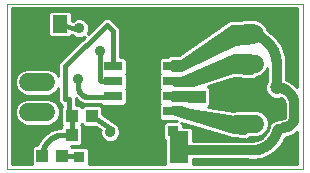
<source format=gbl>
G75*
%MOIN*%
%OFA0B0*%
%FSLAX25Y25*%
%IPPOS*%
%LPD*%
%AMOC8*
5,1,8,0,0,1.08239X$1,22.5*
%
%ADD10C,0.00000*%
%ADD11R,0.06299X0.10630*%
%ADD12R,0.05118X0.05906*%
%ADD13C,0.06000*%
%ADD14R,0.05925X0.03157*%
%ADD15R,0.10236X0.13780*%
%ADD16R,0.05906X0.03937*%
%ADD17R,0.03937X0.04331*%
%ADD18C,0.01000*%
%ADD19C,0.03562*%
%ADD20C,0.04724*%
%ADD21C,0.03200*%
%ADD22C,0.01600*%
%ADD23R,0.03562X0.03562*%
D10*
X0001000Y0009960D02*
X0001000Y0065078D01*
X0099425Y0065078D01*
X0099425Y0009960D01*
X0001000Y0009960D01*
D11*
X0047260Y0017086D03*
X0058283Y0017086D03*
D12*
X0018480Y0058228D03*
X0011787Y0058228D03*
D13*
X0014000Y0048897D02*
X0008000Y0048897D01*
X0008000Y0038897D02*
X0014000Y0038897D01*
X0014000Y0028897D02*
X0008000Y0028897D01*
X0077409Y0045078D02*
X0083409Y0045078D01*
X0083409Y0055078D02*
X0077409Y0055078D01*
X0077646Y0035000D02*
X0083646Y0035000D01*
X0083646Y0025000D02*
X0077646Y0025000D01*
D14*
X0055941Y0029094D03*
X0055941Y0034094D03*
X0055941Y0039094D03*
X0055941Y0044094D03*
X0036276Y0044094D03*
X0036276Y0039094D03*
X0036276Y0034094D03*
X0036276Y0029094D03*
D15*
X0046118Y0036575D03*
D16*
X0064228Y0033976D03*
X0071630Y0033976D03*
D17*
X0029150Y0027677D03*
X0022457Y0027677D03*
X0022457Y0021378D03*
X0029150Y0021378D03*
X0019307Y0014291D03*
X0012614Y0014291D03*
D18*
X0009146Y0013954D02*
X0002575Y0013954D01*
X0002575Y0012956D02*
X0009146Y0012956D01*
X0009146Y0011957D02*
X0002575Y0011957D01*
X0002575Y0011535D02*
X0002575Y0063578D01*
X0097457Y0063578D01*
X0097457Y0037329D01*
X0097211Y0037667D01*
X0097211Y0037667D01*
X0094903Y0039344D01*
X0093864Y0039682D01*
X0093864Y0044532D01*
X0093875Y0044561D01*
X0093864Y0045148D01*
X0093864Y0045734D01*
X0093852Y0045763D01*
X0093822Y0047278D01*
X0092447Y0051246D01*
X0089913Y0054596D01*
X0087898Y0056001D01*
X0087224Y0057627D01*
X0085958Y0058893D01*
X0084686Y0059421D01*
X0084660Y0059443D01*
X0084112Y0059992D01*
X0084051Y0059992D01*
X0084006Y0060033D01*
X0083231Y0059992D01*
X0082455Y0059992D01*
X0082412Y0059949D01*
X0075928Y0059607D01*
X0075338Y0059712D01*
X0075127Y0059565D01*
X0074871Y0059552D01*
X0074470Y0059107D01*
X0058245Y0047787D01*
X0054896Y0047787D01*
X0054282Y0047173D01*
X0052357Y0047173D01*
X0051478Y0046294D01*
X0051478Y0041894D01*
X0051778Y0041594D01*
X0051478Y0041294D01*
X0051478Y0036894D01*
X0051778Y0036594D01*
X0051478Y0036294D01*
X0051478Y0031894D01*
X0051778Y0031594D01*
X0051478Y0031294D01*
X0051478Y0026894D01*
X0052357Y0026015D01*
X0056882Y0026015D01*
X0057453Y0025840D01*
X0053716Y0025840D01*
X0052837Y0024961D01*
X0052837Y0020156D01*
X0053634Y0019359D01*
X0053634Y0011535D01*
X0028297Y0011535D01*
X0028297Y0016300D01*
X0027418Y0017178D01*
X0022675Y0017178D01*
X0022141Y0017712D01*
X0025047Y0017712D01*
X0025925Y0018591D01*
X0025925Y0024164D01*
X0025562Y0024527D01*
X0025803Y0024768D01*
X0026560Y0024012D01*
X0030501Y0024012D01*
X0032040Y0022985D01*
X0031971Y0022818D01*
X0031971Y0021512D01*
X0032470Y0020306D01*
X0033393Y0019383D01*
X0034599Y0018884D01*
X0035905Y0018884D01*
X0037111Y0019383D01*
X0038034Y0020306D01*
X0038533Y0021512D01*
X0038533Y0022818D01*
X0038322Y0023328D01*
X0038329Y0023556D01*
X0037763Y0024488D01*
X0037714Y0024731D01*
X0037547Y0024843D01*
X0037424Y0025045D01*
X0037424Y0025045D01*
X0036785Y0025351D01*
X0032618Y0028129D01*
X0032618Y0030464D01*
X0031739Y0031342D01*
X0026560Y0031342D01*
X0025803Y0030586D01*
X0025047Y0031342D01*
X0023772Y0031342D01*
X0023772Y0033418D01*
X0024685Y0032506D01*
X0026688Y0031676D01*
X0032031Y0031676D01*
X0032692Y0031015D01*
X0039860Y0031015D01*
X0040738Y0031894D01*
X0040738Y0036294D01*
X0040438Y0036594D01*
X0040738Y0036894D01*
X0040738Y0041294D01*
X0040438Y0041594D01*
X0040738Y0041894D01*
X0040738Y0046294D01*
X0039860Y0047173D01*
X0038576Y0047173D01*
X0038576Y0056740D01*
X0037228Y0058087D01*
X0036371Y0058945D01*
X0035024Y0060292D01*
X0033118Y0060292D01*
X0027811Y0054984D01*
X0028297Y0056158D01*
X0028297Y0057463D01*
X0027797Y0058669D01*
X0026874Y0059592D01*
X0025668Y0060092D01*
X0024363Y0060092D01*
X0023157Y0059592D01*
X0022795Y0059230D01*
X0022539Y0059314D01*
X0022539Y0061802D01*
X0021661Y0062681D01*
X0015300Y0062681D01*
X0014421Y0061802D01*
X0014421Y0054654D01*
X0015300Y0053775D01*
X0021661Y0053775D01*
X0022402Y0054517D01*
X0022801Y0054386D01*
X0023157Y0054029D01*
X0024363Y0053530D01*
X0025668Y0053530D01*
X0026842Y0054016D01*
X0017991Y0045165D01*
X0017991Y0041020D01*
X0017815Y0041446D01*
X0016549Y0042712D01*
X0014895Y0043397D01*
X0007105Y0043397D01*
X0005451Y0042712D01*
X0004185Y0041446D01*
X0003500Y0039792D01*
X0003500Y0038002D01*
X0004185Y0036348D01*
X0005451Y0035082D01*
X0007105Y0034397D01*
X0014895Y0034397D01*
X0016549Y0035082D01*
X0017815Y0036348D01*
X0017991Y0036774D01*
X0017991Y0032236D01*
X0019172Y0031055D01*
X0019172Y0030648D01*
X0018988Y0030464D01*
X0018988Y0024890D01*
X0019351Y0024527D01*
X0018988Y0024164D01*
X0018988Y0023678D01*
X0018214Y0023678D01*
X0015386Y0022759D01*
X0012981Y0021011D01*
X0012981Y0021011D01*
X0011233Y0018606D01*
X0011233Y0018606D01*
X0011022Y0017956D01*
X0010024Y0017956D01*
X0009146Y0017078D01*
X0009146Y0011535D01*
X0002575Y0011535D01*
X0002575Y0014953D02*
X0009146Y0014953D01*
X0009146Y0015951D02*
X0002575Y0015951D01*
X0002575Y0016950D02*
X0009146Y0016950D01*
X0010016Y0017948D02*
X0002575Y0017948D01*
X0002575Y0018947D02*
X0011481Y0018947D01*
X0012206Y0019945D02*
X0002575Y0019945D01*
X0002575Y0020944D02*
X0012932Y0020944D01*
X0014263Y0021942D02*
X0002575Y0021942D01*
X0002575Y0022941D02*
X0015947Y0022941D01*
X0015386Y0022759D02*
X0015386Y0022759D01*
X0014895Y0024397D02*
X0016549Y0025082D01*
X0017815Y0026348D01*
X0018500Y0028002D01*
X0018500Y0029792D01*
X0017815Y0031446D01*
X0016549Y0032712D01*
X0014895Y0033397D01*
X0007105Y0033397D01*
X0005451Y0032712D01*
X0004185Y0031446D01*
X0003500Y0029792D01*
X0003500Y0028002D01*
X0004185Y0026348D01*
X0005451Y0025082D01*
X0007105Y0024397D01*
X0014895Y0024397D01*
X0016200Y0024938D02*
X0018988Y0024938D01*
X0018988Y0023940D02*
X0002575Y0023940D01*
X0002575Y0024938D02*
X0005800Y0024938D01*
X0004597Y0025937D02*
X0002575Y0025937D01*
X0002575Y0026935D02*
X0003942Y0026935D01*
X0003528Y0027934D02*
X0002575Y0027934D01*
X0002575Y0028932D02*
X0003500Y0028932D01*
X0003557Y0029931D02*
X0002575Y0029931D01*
X0002575Y0030929D02*
X0003971Y0030929D01*
X0004666Y0031928D02*
X0002575Y0031928D01*
X0002575Y0032926D02*
X0005967Y0032926D01*
X0005836Y0034923D02*
X0002575Y0034923D01*
X0002575Y0033925D02*
X0017991Y0033925D01*
X0017991Y0034923D02*
X0016164Y0034923D01*
X0017388Y0035922D02*
X0017991Y0035922D01*
X0017991Y0032926D02*
X0016033Y0032926D01*
X0017334Y0031928D02*
X0018300Y0031928D01*
X0018029Y0030929D02*
X0019172Y0030929D01*
X0018988Y0029931D02*
X0018443Y0029931D01*
X0018500Y0028932D02*
X0018988Y0028932D01*
X0018988Y0027934D02*
X0018472Y0027934D01*
X0018058Y0026935D02*
X0018988Y0026935D01*
X0018988Y0025937D02*
X0017403Y0025937D01*
X0025925Y0023940D02*
X0030609Y0023940D01*
X0032022Y0022941D02*
X0025925Y0022941D01*
X0025925Y0021942D02*
X0031971Y0021942D01*
X0032206Y0020944D02*
X0025925Y0020944D01*
X0025925Y0019945D02*
X0032831Y0019945D01*
X0034447Y0018947D02*
X0025925Y0018947D01*
X0025283Y0017948D02*
X0053634Y0017948D01*
X0053634Y0016950D02*
X0027647Y0016950D01*
X0028297Y0015951D02*
X0053634Y0015951D01*
X0053634Y0014953D02*
X0028297Y0014953D01*
X0028297Y0013954D02*
X0053634Y0013954D01*
X0053634Y0012956D02*
X0028297Y0012956D01*
X0028297Y0011957D02*
X0053634Y0011957D01*
X0058283Y0017086D02*
X0061630Y0017480D01*
X0061630Y0016260D01*
X0062933Y0019360D02*
X0062933Y0023023D01*
X0062054Y0023901D01*
X0059399Y0023901D01*
X0059399Y0024961D01*
X0058995Y0025365D01*
X0075031Y0020431D01*
X0075174Y0020257D01*
X0075799Y0020195D01*
X0076400Y0020010D01*
X0076599Y0020115D01*
X0079224Y0019852D01*
X0079305Y0019771D01*
X0080034Y0019771D01*
X0080759Y0019699D01*
X0080848Y0019771D01*
X0080962Y0019771D01*
X0081478Y0020287D01*
X0081738Y0020500D01*
X0084541Y0020500D01*
X0086195Y0021185D01*
X0087461Y0022451D01*
X0088144Y0024100D01*
X0088112Y0023924D01*
X0088106Y0023895D01*
X0087879Y0023035D01*
X0087033Y0021464D01*
X0085742Y0020232D01*
X0084135Y0019458D01*
X0082366Y0019219D01*
X0081718Y0019285D01*
X0081538Y0019360D01*
X0081201Y0019360D01*
X0080869Y0019420D01*
X0080590Y0019360D01*
X0062933Y0019360D01*
X0062933Y0019945D02*
X0078293Y0019945D01*
X0078423Y0021942D02*
X0080134Y0021942D01*
X0080134Y0021771D02*
X0076197Y0022165D01*
X0055724Y0028464D01*
X0055724Y0030433D01*
X0058874Y0030433D01*
X0062024Y0029645D01*
X0076984Y0027283D01*
X0080134Y0027283D01*
X0080134Y0021771D01*
X0080134Y0022941D02*
X0073675Y0022941D01*
X0073365Y0020944D02*
X0062933Y0020944D01*
X0062933Y0021942D02*
X0070120Y0021942D01*
X0070430Y0023940D02*
X0080134Y0023940D01*
X0080134Y0024938D02*
X0067185Y0024938D01*
X0066874Y0022941D02*
X0062933Y0022941D01*
X0063629Y0023940D02*
X0059399Y0023940D01*
X0059399Y0024938D02*
X0060384Y0024938D01*
X0060694Y0026935D02*
X0080134Y0026935D01*
X0080134Y0025937D02*
X0063940Y0025937D01*
X0066541Y0028932D02*
X0055724Y0028932D01*
X0055724Y0029931D02*
X0060883Y0029931D01*
X0057449Y0027934D02*
X0072865Y0027934D01*
X0073041Y0029931D02*
X0093569Y0029931D01*
X0093569Y0028932D02*
X0085911Y0028932D01*
X0086195Y0028815D02*
X0084541Y0029500D01*
X0076751Y0029500D01*
X0076480Y0029388D01*
X0068018Y0030724D01*
X0068681Y0031386D01*
X0068681Y0036566D01*
X0067817Y0037430D01*
X0076451Y0040224D01*
X0081692Y0039896D01*
X0081802Y0039799D01*
X0082500Y0039846D01*
X0083198Y0039802D01*
X0083309Y0039900D01*
X0083456Y0039910D01*
X0083916Y0040436D01*
X0084078Y0040578D01*
X0084305Y0040578D01*
X0085958Y0041264D01*
X0087224Y0042529D01*
X0087664Y0043590D01*
X0087664Y0039488D01*
X0087490Y0039313D01*
X0086902Y0037894D01*
X0086902Y0036357D01*
X0087490Y0034938D01*
X0088576Y0033851D01*
X0089996Y0033263D01*
X0091532Y0033263D01*
X0092254Y0033563D01*
X0092748Y0033204D01*
X0093264Y0032494D01*
X0093535Y0031659D01*
X0093569Y0031220D01*
X0093569Y0027283D01*
X0093561Y0027197D01*
X0093495Y0027037D01*
X0093372Y0026915D01*
X0093269Y0026872D01*
X0093123Y0026901D01*
X0092819Y0026840D01*
X0092509Y0026840D01*
X0092220Y0026720D01*
X0091130Y0026502D01*
X0091105Y0026506D01*
X0090526Y0026381D01*
X0089945Y0026265D01*
X0089924Y0026251D01*
X0089900Y0026246D01*
X0089413Y0025909D01*
X0088920Y0025579D01*
X0088906Y0025558D01*
X0088886Y0025544D01*
X0088565Y0025045D01*
X0088236Y0024553D01*
X0088231Y0024528D01*
X0088218Y0024507D01*
X0088146Y0024111D01*
X0088146Y0025895D01*
X0087461Y0027549D01*
X0086195Y0028815D01*
X0087076Y0027934D02*
X0093569Y0027934D01*
X0093393Y0026935D02*
X0087715Y0026935D01*
X0088128Y0025937D02*
X0089453Y0025937D01*
X0088493Y0024938D02*
X0088146Y0024938D01*
X0088115Y0023940D02*
X0088077Y0023940D01*
X0087828Y0022941D02*
X0087664Y0022941D01*
X0087290Y0021942D02*
X0086952Y0021942D01*
X0086488Y0020944D02*
X0085613Y0020944D01*
X0085148Y0019945D02*
X0081136Y0019945D01*
X0085958Y0013377D02*
X0089356Y0015012D01*
X0089356Y0015012D01*
X0092082Y0017617D01*
X0093710Y0020640D01*
X0094447Y0020640D01*
X0096889Y0021651D01*
X0097457Y0022219D01*
X0097457Y0011535D01*
X0062933Y0011535D01*
X0062933Y0013160D01*
X0080642Y0013160D01*
X0082222Y0012872D01*
X0085958Y0013377D01*
X0085958Y0013377D01*
X0087158Y0013954D02*
X0097457Y0013954D01*
X0097457Y0012956D02*
X0082840Y0012956D01*
X0082222Y0012872D02*
X0082222Y0012872D01*
X0081762Y0012956D02*
X0062933Y0012956D01*
X0062933Y0011957D02*
X0097457Y0011957D01*
X0097457Y0014953D02*
X0089233Y0014953D01*
X0090339Y0015951D02*
X0097457Y0015951D01*
X0097457Y0016950D02*
X0091384Y0016950D01*
X0092082Y0017617D02*
X0092082Y0017617D01*
X0092261Y0017948D02*
X0097457Y0017948D01*
X0097457Y0018947D02*
X0092799Y0018947D01*
X0093336Y0019945D02*
X0097457Y0019945D01*
X0097457Y0020944D02*
X0095182Y0020944D01*
X0096889Y0021651D02*
X0096889Y0021651D01*
X0097180Y0021942D02*
X0097457Y0021942D01*
X0093569Y0030929D02*
X0068224Y0030929D01*
X0068681Y0031928D02*
X0093447Y0031928D01*
X0092949Y0032926D02*
X0068681Y0032926D01*
X0068681Y0033925D02*
X0088503Y0033925D01*
X0087504Y0034923D02*
X0068681Y0034923D01*
X0068681Y0035922D02*
X0087082Y0035922D01*
X0086902Y0036920D02*
X0068327Y0036920D01*
X0069326Y0037919D02*
X0086912Y0037919D01*
X0087325Y0038917D02*
X0072412Y0038917D01*
X0072087Y0040914D02*
X0060387Y0040914D01*
X0058874Y0040275D02*
X0056512Y0040275D01*
X0056512Y0037913D01*
X0062811Y0037913D01*
X0076197Y0042244D01*
X0082496Y0041850D01*
X0082102Y0047756D01*
X0076591Y0047756D01*
X0058874Y0040275D01*
X0056512Y0039916D02*
X0069001Y0039916D01*
X0065915Y0038917D02*
X0056512Y0038917D01*
X0056512Y0037919D02*
X0062828Y0037919D01*
X0063598Y0035551D02*
X0063598Y0032795D01*
X0055724Y0032795D01*
X0055724Y0035551D01*
X0063598Y0035551D01*
X0063598Y0034923D02*
X0055724Y0034923D01*
X0055724Y0033925D02*
X0063598Y0033925D01*
X0063598Y0032926D02*
X0055724Y0032926D01*
X0051478Y0032926D02*
X0040738Y0032926D01*
X0040738Y0031928D02*
X0051478Y0031928D01*
X0051478Y0030929D02*
X0032153Y0030929D01*
X0032618Y0029931D02*
X0051478Y0029931D01*
X0051478Y0028932D02*
X0032618Y0028932D01*
X0032911Y0027934D02*
X0051478Y0027934D01*
X0051478Y0026935D02*
X0034409Y0026935D01*
X0035906Y0025937D02*
X0057139Y0025937D01*
X0052837Y0024938D02*
X0037489Y0024938D01*
X0037424Y0025045D02*
X0037424Y0025045D01*
X0038096Y0023940D02*
X0052837Y0023940D01*
X0052837Y0022941D02*
X0038482Y0022941D01*
X0038329Y0023556D02*
X0038329Y0023556D01*
X0038533Y0021942D02*
X0052837Y0021942D01*
X0052837Y0020944D02*
X0038298Y0020944D01*
X0037673Y0019945D02*
X0053048Y0019945D01*
X0053634Y0018947D02*
X0036057Y0018947D01*
X0026147Y0030929D02*
X0025460Y0030929D01*
X0026080Y0031928D02*
X0023772Y0031928D01*
X0023772Y0032926D02*
X0024264Y0032926D01*
X0024685Y0032506D02*
X0024685Y0032506D01*
X0017991Y0041913D02*
X0017349Y0041913D01*
X0017991Y0042911D02*
X0016069Y0042911D01*
X0017991Y0043910D02*
X0002575Y0043910D01*
X0002575Y0044908D02*
X0017991Y0044908D01*
X0018733Y0045907D02*
X0002575Y0045907D01*
X0002575Y0046905D02*
X0019732Y0046905D01*
X0020730Y0047904D02*
X0002575Y0047904D01*
X0002575Y0048902D02*
X0021729Y0048902D01*
X0022727Y0049901D02*
X0002575Y0049901D01*
X0002575Y0050899D02*
X0023726Y0050899D01*
X0024724Y0051898D02*
X0002575Y0051898D01*
X0002575Y0052896D02*
X0025723Y0052896D01*
X0026550Y0053895D02*
X0026721Y0053895D01*
X0028187Y0055892D02*
X0028718Y0055892D01*
X0028297Y0056890D02*
X0029717Y0056890D01*
X0030715Y0057889D02*
X0028121Y0057889D01*
X0027579Y0058887D02*
X0031714Y0058887D01*
X0032712Y0059886D02*
X0026166Y0059886D01*
X0023866Y0059886D02*
X0022539Y0059886D01*
X0022539Y0060884D02*
X0097457Y0060884D01*
X0097457Y0059886D02*
X0084218Y0059886D01*
X0085964Y0058887D02*
X0097457Y0058887D01*
X0097457Y0057889D02*
X0086963Y0057889D01*
X0087530Y0056890D02*
X0097457Y0056890D01*
X0097457Y0055892D02*
X0088055Y0055892D01*
X0089487Y0054893D02*
X0097457Y0054893D01*
X0097457Y0053895D02*
X0090444Y0053895D01*
X0089913Y0054596D02*
X0089913Y0054596D01*
X0091199Y0052896D02*
X0097457Y0052896D01*
X0097457Y0051898D02*
X0091954Y0051898D01*
X0092568Y0050899D02*
X0097457Y0050899D01*
X0097457Y0049901D02*
X0092914Y0049901D01*
X0093260Y0048902D02*
X0097457Y0048902D01*
X0097457Y0047904D02*
X0093606Y0047904D01*
X0093830Y0046905D02*
X0097457Y0046905D01*
X0097457Y0045907D02*
X0093849Y0045907D01*
X0093868Y0044908D02*
X0097457Y0044908D01*
X0097457Y0043910D02*
X0093864Y0043910D01*
X0093864Y0042911D02*
X0097457Y0042911D01*
X0097457Y0041913D02*
X0093864Y0041913D01*
X0093864Y0040914D02*
X0097457Y0040914D01*
X0097457Y0039916D02*
X0093864Y0039916D01*
X0094903Y0039344D02*
X0094903Y0039344D01*
X0095491Y0038917D02*
X0097457Y0038917D01*
X0097457Y0037919D02*
X0096865Y0037919D01*
X0097211Y0037667D02*
X0097211Y0037667D01*
X0087664Y0039916D02*
X0083461Y0039916D01*
X0085115Y0040914D02*
X0087664Y0040914D01*
X0087664Y0041913D02*
X0086608Y0041913D01*
X0087383Y0042911D02*
X0087664Y0042911D01*
X0082425Y0042911D02*
X0065117Y0042911D01*
X0062752Y0041913D02*
X0075173Y0041913D01*
X0075498Y0039916D02*
X0081384Y0039916D01*
X0081494Y0041913D02*
X0082492Y0041913D01*
X0082359Y0043910D02*
X0067482Y0043910D01*
X0069847Y0044908D02*
X0082292Y0044908D01*
X0082226Y0045907D02*
X0072212Y0045907D01*
X0074577Y0046905D02*
X0082159Y0046905D01*
X0083283Y0052086D02*
X0076984Y0051693D01*
X0058874Y0043031D01*
X0055724Y0043031D01*
X0055724Y0045787D01*
X0058874Y0045787D01*
X0075803Y0057598D01*
X0083283Y0057992D01*
X0083283Y0052086D01*
X0083283Y0052896D02*
X0069064Y0052896D01*
X0067633Y0051898D02*
X0080267Y0051898D01*
X0083283Y0053895D02*
X0070495Y0053895D01*
X0071926Y0054893D02*
X0083283Y0054893D01*
X0083283Y0055892D02*
X0073357Y0055892D01*
X0074789Y0056890D02*
X0083283Y0056890D01*
X0083283Y0057889D02*
X0081327Y0057889D01*
X0081219Y0059886D02*
X0035429Y0059886D01*
X0036371Y0058945D02*
X0036371Y0058945D01*
X0036428Y0058887D02*
X0074156Y0058887D01*
X0072725Y0057889D02*
X0037426Y0057889D01*
X0037228Y0058087D02*
X0037228Y0058087D01*
X0038425Y0056890D02*
X0071293Y0056890D01*
X0069862Y0055892D02*
X0038576Y0055892D01*
X0038576Y0054893D02*
X0068431Y0054893D01*
X0067000Y0053895D02*
X0038576Y0053895D01*
X0038576Y0052896D02*
X0065569Y0052896D01*
X0064137Y0051898D02*
X0038576Y0051898D01*
X0038576Y0050899D02*
X0062706Y0050899D01*
X0061275Y0049901D02*
X0038576Y0049901D01*
X0038576Y0048902D02*
X0059844Y0048902D01*
X0058413Y0047904D02*
X0038576Y0047904D01*
X0040127Y0046905D02*
X0052089Y0046905D01*
X0051478Y0045907D02*
X0040738Y0045907D01*
X0040738Y0044908D02*
X0051478Y0044908D01*
X0051478Y0043910D02*
X0040738Y0043910D01*
X0040738Y0042911D02*
X0051478Y0042911D01*
X0051478Y0041913D02*
X0040738Y0041913D01*
X0040738Y0040914D02*
X0051478Y0040914D01*
X0051478Y0039916D02*
X0040738Y0039916D01*
X0040738Y0038917D02*
X0051478Y0038917D01*
X0051478Y0037919D02*
X0040738Y0037919D01*
X0040738Y0036920D02*
X0051478Y0036920D01*
X0051478Y0035922D02*
X0040738Y0035922D01*
X0040738Y0034923D02*
X0051478Y0034923D01*
X0051478Y0033925D02*
X0040738Y0033925D01*
X0055724Y0043910D02*
X0060711Y0043910D01*
X0062799Y0044908D02*
X0055724Y0044908D01*
X0059045Y0045907D02*
X0064887Y0045907D01*
X0066974Y0046905D02*
X0060477Y0046905D01*
X0061908Y0047904D02*
X0069062Y0047904D01*
X0071150Y0048902D02*
X0063339Y0048902D01*
X0064770Y0049901D02*
X0073238Y0049901D01*
X0075326Y0050899D02*
X0066201Y0050899D01*
X0097457Y0061883D02*
X0022459Y0061883D01*
X0014502Y0061883D02*
X0002575Y0061883D01*
X0002575Y0062881D02*
X0097457Y0062881D01*
X0023481Y0053895D02*
X0021780Y0053895D01*
X0015180Y0053895D02*
X0002575Y0053895D01*
X0002575Y0054893D02*
X0014421Y0054893D01*
X0014421Y0055892D02*
X0002575Y0055892D01*
X0002575Y0056890D02*
X0014421Y0056890D01*
X0014421Y0057889D02*
X0002575Y0057889D01*
X0002575Y0058887D02*
X0014421Y0058887D01*
X0014421Y0059886D02*
X0002575Y0059886D01*
X0002575Y0060884D02*
X0014421Y0060884D01*
X0005931Y0042911D02*
X0002575Y0042911D01*
X0002575Y0041913D02*
X0004651Y0041913D01*
X0003965Y0040914D02*
X0002575Y0040914D01*
X0002575Y0039916D02*
X0003551Y0039916D01*
X0003500Y0038917D02*
X0002575Y0038917D01*
X0002575Y0037919D02*
X0003535Y0037919D01*
X0003948Y0036920D02*
X0002575Y0036920D01*
X0002575Y0035922D02*
X0004612Y0035922D01*
D19*
X0024622Y0039882D03*
X0031709Y0049330D03*
X0025016Y0056811D03*
X0005724Y0058386D03*
X0043913Y0041063D03*
X0049031Y0041063D03*
X0049031Y0036732D03*
X0043913Y0036732D03*
X0045488Y0031614D03*
X0035252Y0022165D03*
X0048244Y0020197D03*
X0048244Y0014291D03*
X0065961Y0021771D03*
X0093913Y0014685D03*
X0091551Y0059173D03*
X0006118Y0016260D03*
D20*
X0089583Y0030039D03*
X0090764Y0037126D03*
D21*
X0090764Y0045118D01*
X0090763Y0045118D02*
X0090755Y0045367D01*
X0090741Y0045616D01*
X0090721Y0045865D01*
X0090695Y0046112D01*
X0090663Y0046360D01*
X0090624Y0046606D01*
X0090580Y0046851D01*
X0090530Y0047096D01*
X0090473Y0047338D01*
X0090411Y0047580D01*
X0090343Y0047820D01*
X0090269Y0048058D01*
X0090189Y0048294D01*
X0090103Y0048528D01*
X0090012Y0048760D01*
X0089915Y0048990D01*
X0089812Y0049217D01*
X0089704Y0049442D01*
X0089590Y0049664D01*
X0089471Y0049883D01*
X0089347Y0050099D01*
X0089217Y0050312D01*
X0089082Y0050521D01*
X0088942Y0050728D01*
X0088797Y0050930D01*
X0088647Y0051130D01*
X0088492Y0051325D01*
X0088333Y0051517D01*
X0088168Y0051704D01*
X0088000Y0051888D01*
X0087827Y0052067D01*
X0087649Y0052242D01*
X0087467Y0052413D01*
X0087281Y0052579D01*
X0087091Y0052741D01*
X0086897Y0052897D01*
X0086700Y0053049D01*
X0086498Y0053197D01*
X0086294Y0053339D01*
X0086085Y0053476D01*
X0085874Y0053608D01*
X0085659Y0053734D01*
X0085441Y0053856D01*
X0085220Y0053972D01*
X0084997Y0054082D01*
X0084771Y0054187D01*
X0084542Y0054286D01*
X0084311Y0054380D01*
X0084078Y0054468D01*
X0083842Y0054551D01*
X0083605Y0054627D01*
X0083366Y0054698D01*
X0083125Y0054763D01*
X0082883Y0054822D01*
X0082639Y0054874D01*
X0082394Y0054921D01*
X0082149Y0054962D01*
X0081902Y0054997D01*
X0081654Y0055026D01*
X0081406Y0055048D01*
X0081157Y0055065D01*
X0080908Y0055076D01*
X0080658Y0055080D01*
X0080409Y0055078D01*
X0090764Y0037126D02*
X0090916Y0037124D01*
X0091068Y0037118D01*
X0091220Y0037108D01*
X0091371Y0037095D01*
X0091522Y0037077D01*
X0091673Y0037056D01*
X0091823Y0037030D01*
X0091972Y0037001D01*
X0092121Y0036968D01*
X0092268Y0036931D01*
X0092415Y0036891D01*
X0092560Y0036846D01*
X0092704Y0036798D01*
X0092847Y0036746D01*
X0092989Y0036691D01*
X0093129Y0036632D01*
X0093268Y0036569D01*
X0093405Y0036503D01*
X0093540Y0036433D01*
X0093673Y0036360D01*
X0093804Y0036283D01*
X0093934Y0036203D01*
X0094061Y0036120D01*
X0094186Y0036034D01*
X0094309Y0035944D01*
X0094429Y0035851D01*
X0094547Y0035755D01*
X0094663Y0035656D01*
X0094776Y0035554D01*
X0094886Y0035450D01*
X0094994Y0035342D01*
X0095098Y0035232D01*
X0095200Y0035119D01*
X0095299Y0035003D01*
X0095395Y0034885D01*
X0095488Y0034765D01*
X0095578Y0034642D01*
X0095664Y0034517D01*
X0095747Y0034390D01*
X0095827Y0034260D01*
X0095904Y0034129D01*
X0095977Y0033996D01*
X0096047Y0033861D01*
X0096113Y0033724D01*
X0096176Y0033585D01*
X0096235Y0033445D01*
X0096290Y0033303D01*
X0096342Y0033160D01*
X0096390Y0033016D01*
X0096435Y0032871D01*
X0096475Y0032724D01*
X0096512Y0032577D01*
X0096545Y0032428D01*
X0096574Y0032279D01*
X0096600Y0032129D01*
X0096621Y0031978D01*
X0096639Y0031827D01*
X0096652Y0031676D01*
X0096662Y0031524D01*
X0096668Y0031372D01*
X0096670Y0031220D01*
X0096669Y0031220D02*
X0096669Y0027283D01*
X0096667Y0027167D01*
X0096661Y0027051D01*
X0096652Y0026936D01*
X0096639Y0026821D01*
X0096622Y0026706D01*
X0096601Y0026592D01*
X0096576Y0026478D01*
X0096548Y0026366D01*
X0096516Y0026255D01*
X0096481Y0026144D01*
X0096442Y0026035D01*
X0096399Y0025927D01*
X0096353Y0025821D01*
X0096304Y0025716D01*
X0096251Y0025613D01*
X0096194Y0025512D01*
X0096135Y0025412D01*
X0096072Y0025315D01*
X0096006Y0025219D01*
X0095937Y0025126D01*
X0095865Y0025035D01*
X0095790Y0024947D01*
X0095712Y0024861D01*
X0095631Y0024778D01*
X0095548Y0024697D01*
X0095462Y0024619D01*
X0095374Y0024544D01*
X0095283Y0024472D01*
X0095190Y0024403D01*
X0095094Y0024337D01*
X0094997Y0024274D01*
X0094898Y0024215D01*
X0094796Y0024158D01*
X0094693Y0024105D01*
X0094588Y0024056D01*
X0094482Y0024010D01*
X0094374Y0023967D01*
X0094265Y0023928D01*
X0094154Y0023893D01*
X0094043Y0023861D01*
X0093931Y0023833D01*
X0093817Y0023808D01*
X0093703Y0023787D01*
X0093588Y0023770D01*
X0093473Y0023757D01*
X0093358Y0023748D01*
X0093242Y0023742D01*
X0093126Y0023740D01*
X0091157Y0023346D01*
X0091116Y0023137D01*
X0091071Y0022930D01*
X0091020Y0022723D01*
X0090965Y0022518D01*
X0090904Y0022314D01*
X0090839Y0022111D01*
X0090768Y0021911D01*
X0090693Y0021712D01*
X0090613Y0021514D01*
X0090528Y0021319D01*
X0090439Y0021126D01*
X0090345Y0020935D01*
X0090246Y0020747D01*
X0090143Y0020561D01*
X0090036Y0020377D01*
X0089924Y0020197D01*
X0089807Y0020018D01*
X0089687Y0019843D01*
X0089562Y0019671D01*
X0089433Y0019502D01*
X0089300Y0019336D01*
X0089163Y0019173D01*
X0089022Y0019013D01*
X0088878Y0018857D01*
X0088729Y0018705D01*
X0088577Y0018556D01*
X0088422Y0018411D01*
X0088263Y0018270D01*
X0088100Y0018132D01*
X0087935Y0017999D01*
X0087766Y0017870D01*
X0087594Y0017744D01*
X0087419Y0017623D01*
X0087241Y0017506D01*
X0087061Y0017394D01*
X0086877Y0017286D01*
X0086692Y0017182D01*
X0086503Y0017083D01*
X0086313Y0016988D01*
X0086120Y0016899D01*
X0085925Y0016813D01*
X0085728Y0016733D01*
X0085529Y0016657D01*
X0085329Y0016586D01*
X0085127Y0016520D01*
X0084923Y0016459D01*
X0084718Y0016403D01*
X0084511Y0016352D01*
X0084304Y0016306D01*
X0084095Y0016264D01*
X0083885Y0016228D01*
X0083675Y0016197D01*
X0083464Y0016171D01*
X0083252Y0016151D01*
X0083040Y0016135D01*
X0082827Y0016124D01*
X0082615Y0016119D01*
X0082402Y0016119D01*
X0082189Y0016123D01*
X0081977Y0016133D01*
X0081765Y0016148D01*
X0081553Y0016169D01*
X0081342Y0016194D01*
X0081131Y0016224D01*
X0080921Y0016260D01*
X0061630Y0016260D01*
D22*
X0058283Y0017086D02*
X0056118Y0017086D01*
X0056118Y0022559D01*
X0036157Y0033976D02*
X0027772Y0033976D01*
X0027662Y0033978D01*
X0027552Y0033984D01*
X0027443Y0033993D01*
X0027334Y0034007D01*
X0027225Y0034024D01*
X0027117Y0034045D01*
X0027010Y0034070D01*
X0026904Y0034098D01*
X0026799Y0034130D01*
X0026695Y0034166D01*
X0026592Y0034205D01*
X0026491Y0034248D01*
X0026391Y0034295D01*
X0026293Y0034345D01*
X0026197Y0034398D01*
X0026103Y0034455D01*
X0026011Y0034515D01*
X0025920Y0034578D01*
X0025833Y0034644D01*
X0025747Y0034713D01*
X0025664Y0034785D01*
X0025584Y0034860D01*
X0025506Y0034938D01*
X0025431Y0035018D01*
X0025359Y0035101D01*
X0025290Y0035187D01*
X0025224Y0035274D01*
X0025161Y0035365D01*
X0025101Y0035457D01*
X0025044Y0035551D01*
X0024991Y0035647D01*
X0024941Y0035745D01*
X0024894Y0035845D01*
X0024851Y0035946D01*
X0024812Y0036049D01*
X0024776Y0036153D01*
X0024744Y0036258D01*
X0024716Y0036364D01*
X0024691Y0036471D01*
X0024670Y0036579D01*
X0024653Y0036688D01*
X0024639Y0036797D01*
X0024630Y0036906D01*
X0024624Y0037016D01*
X0024622Y0037126D01*
X0024622Y0039882D01*
X0020291Y0044212D02*
X0034071Y0057992D01*
X0036276Y0055787D01*
X0036276Y0044094D01*
X0031709Y0040275D02*
X0031711Y0040209D01*
X0031716Y0040143D01*
X0031726Y0040077D01*
X0031739Y0040012D01*
X0031755Y0039948D01*
X0031775Y0039885D01*
X0031799Y0039823D01*
X0031826Y0039763D01*
X0031856Y0039704D01*
X0031890Y0039647D01*
X0031927Y0039592D01*
X0031967Y0039539D01*
X0032009Y0039488D01*
X0032055Y0039440D01*
X0032103Y0039394D01*
X0032154Y0039352D01*
X0032207Y0039312D01*
X0032262Y0039275D01*
X0032319Y0039241D01*
X0032378Y0039211D01*
X0032438Y0039184D01*
X0032500Y0039160D01*
X0032563Y0039140D01*
X0032627Y0039124D01*
X0032692Y0039111D01*
X0032758Y0039101D01*
X0032824Y0039096D01*
X0032890Y0039094D01*
X0036276Y0039094D01*
X0031709Y0040275D02*
X0031709Y0049330D01*
X0024465Y0056260D02*
X0024467Y0056306D01*
X0024473Y0056351D01*
X0024482Y0056395D01*
X0024495Y0056439D01*
X0024511Y0056481D01*
X0024531Y0056522D01*
X0024555Y0056561D01*
X0024581Y0056598D01*
X0024611Y0056633D01*
X0024643Y0056665D01*
X0024678Y0056695D01*
X0024715Y0056721D01*
X0024754Y0056745D01*
X0024795Y0056765D01*
X0024837Y0056781D01*
X0024881Y0056794D01*
X0024925Y0056803D01*
X0024970Y0056809D01*
X0025016Y0056811D01*
X0024465Y0056260D02*
X0018480Y0058228D01*
X0020291Y0044212D02*
X0020291Y0033189D01*
X0021472Y0033189D01*
X0021472Y0028858D01*
X0022457Y0027677D01*
X0022457Y0021378D01*
X0019701Y0021378D01*
X0029150Y0027677D02*
X0035646Y0023346D01*
X0035689Y0023323D01*
X0035730Y0023297D01*
X0035770Y0023267D01*
X0035806Y0023235D01*
X0035841Y0023200D01*
X0035872Y0023162D01*
X0035900Y0023122D01*
X0035925Y0023080D01*
X0035947Y0023036D01*
X0035966Y0022991D01*
X0035980Y0022944D01*
X0035991Y0022896D01*
X0035998Y0022848D01*
X0036002Y0022799D01*
X0036001Y0022750D01*
X0035997Y0022701D01*
X0035989Y0022653D01*
X0035977Y0022605D01*
X0035962Y0022559D01*
X0035943Y0022513D01*
X0035920Y0022470D01*
X0035894Y0022428D01*
X0035865Y0022389D01*
X0035833Y0022352D01*
X0035798Y0022317D01*
X0035761Y0022286D01*
X0035721Y0022257D01*
X0035679Y0022232D01*
X0035635Y0022210D01*
X0035590Y0022191D01*
X0035543Y0022176D01*
X0035496Y0022165D01*
X0035447Y0022157D01*
X0035398Y0022153D01*
X0035349Y0022154D01*
X0035300Y0022157D01*
X0035252Y0022165D01*
X0025016Y0013897D02*
X0024622Y0014291D01*
X0019307Y0014291D01*
X0012614Y0014291D02*
X0012616Y0014462D01*
X0012622Y0014633D01*
X0012633Y0014804D01*
X0012647Y0014975D01*
X0012666Y0015145D01*
X0012688Y0015315D01*
X0012715Y0015484D01*
X0012746Y0015653D01*
X0012781Y0015820D01*
X0012820Y0015987D01*
X0012863Y0016153D01*
X0012910Y0016317D01*
X0012961Y0016481D01*
X0013016Y0016643D01*
X0013075Y0016804D01*
X0013137Y0016963D01*
X0013204Y0017121D01*
X0013274Y0017277D01*
X0013348Y0017432D01*
X0013426Y0017584D01*
X0013507Y0017735D01*
X0013592Y0017884D01*
X0013681Y0018030D01*
X0013773Y0018175D01*
X0013869Y0018317D01*
X0013967Y0018457D01*
X0014070Y0018594D01*
X0014175Y0018729D01*
X0014284Y0018861D01*
X0014396Y0018991D01*
X0014511Y0019117D01*
X0014630Y0019241D01*
X0014751Y0019362D01*
X0014875Y0019481D01*
X0015001Y0019596D01*
X0015131Y0019708D01*
X0015263Y0019817D01*
X0015398Y0019922D01*
X0015535Y0020025D01*
X0015675Y0020123D01*
X0015817Y0020219D01*
X0015962Y0020311D01*
X0016108Y0020400D01*
X0016257Y0020485D01*
X0016408Y0020566D01*
X0016560Y0020644D01*
X0016715Y0020718D01*
X0016871Y0020788D01*
X0017029Y0020855D01*
X0017188Y0020917D01*
X0017349Y0020976D01*
X0017511Y0021031D01*
X0017675Y0021082D01*
X0017839Y0021129D01*
X0018005Y0021172D01*
X0018172Y0021211D01*
X0018339Y0021246D01*
X0018508Y0021277D01*
X0018677Y0021304D01*
X0018847Y0021326D01*
X0019017Y0021345D01*
X0019188Y0021359D01*
X0019359Y0021370D01*
X0019530Y0021376D01*
X0019701Y0021378D01*
X0036157Y0033976D02*
X0036177Y0033978D01*
X0036197Y0033983D01*
X0036216Y0033992D01*
X0036233Y0034004D01*
X0036247Y0034018D01*
X0036259Y0034035D01*
X0036268Y0034054D01*
X0036273Y0034074D01*
X0036275Y0034094D01*
D23*
X0056118Y0022559D03*
X0025016Y0013897D03*
M02*

</source>
